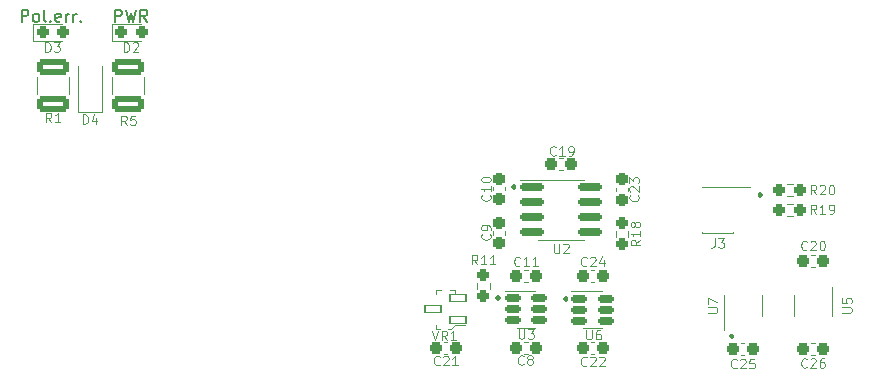
<source format=gto>
G04 #@! TF.GenerationSoftware,KiCad,Pcbnew,(6.0.11)*
G04 #@! TF.CreationDate,2023-03-11T13:58:41+01:00*
G04 #@! TF.ProjectId,HeaterPSU_Digital,48656174-6572-4505-9355-5f4469676974,rev?*
G04 #@! TF.SameCoordinates,Original*
G04 #@! TF.FileFunction,Legend,Top*
G04 #@! TF.FilePolarity,Positive*
%FSLAX46Y46*%
G04 Gerber Fmt 4.6, Leading zero omitted, Abs format (unit mm)*
G04 Created by KiCad (PCBNEW (6.0.11)) date 2023-03-11 13:58:41*
%MOMM*%
%LPD*%
G01*
G04 APERTURE LIST*
G04 Aperture macros list*
%AMRoundRect*
0 Rectangle with rounded corners*
0 $1 Rounding radius*
0 $2 $3 $4 $5 $6 $7 $8 $9 X,Y pos of 4 corners*
0 Add a 4 corners polygon primitive as box body*
4,1,4,$2,$3,$4,$5,$6,$7,$8,$9,$2,$3,0*
0 Add four circle primitives for the rounded corners*
1,1,$1+$1,$2,$3*
1,1,$1+$1,$4,$5*
1,1,$1+$1,$6,$7*
1,1,$1+$1,$8,$9*
0 Add four rect primitives between the rounded corners*
20,1,$1+$1,$2,$3,$4,$5,0*
20,1,$1+$1,$4,$5,$6,$7,0*
20,1,$1+$1,$6,$7,$8,$9,0*
20,1,$1+$1,$8,$9,$2,$3,0*%
G04 Aperture macros list end*
%ADD10C,0.300000*%
%ADD11C,0.150000*%
%ADD12C,0.100000*%
%ADD13C,0.120000*%
%ADD14RoundRect,0.237500X-0.287500X-0.237500X0.287500X-0.237500X0.287500X0.237500X-0.287500X0.237500X0*%
%ADD15RoundRect,0.250000X-1.075000X0.400000X-1.075000X-0.400000X1.075000X-0.400000X1.075000X0.400000X0*%
%ADD16R,0.650000X1.560000*%
%ADD17RoundRect,0.237500X0.300000X0.237500X-0.300000X0.237500X-0.300000X-0.237500X0.300000X-0.237500X0*%
%ADD18RoundRect,0.237500X-0.237500X0.300000X-0.237500X-0.300000X0.237500X-0.300000X0.237500X0.300000X0*%
%ADD19RoundRect,0.237500X-0.300000X-0.237500X0.300000X-0.237500X0.300000X0.237500X-0.300000X0.237500X0*%
%ADD20R,0.400000X1.560000*%
%ADD21RoundRect,0.150000X-0.825000X-0.150000X0.825000X-0.150000X0.825000X0.150000X-0.825000X0.150000X0*%
%ADD22R,1.200000X0.900000*%
%ADD23C,3.200000*%
%ADD24R,2.100000X0.750000*%
%ADD25RoundRect,0.237500X-0.237500X0.250000X-0.237500X-0.250000X0.237500X-0.250000X0.237500X0.250000X0*%
%ADD26RoundRect,0.237500X0.250000X0.237500X-0.250000X0.237500X-0.250000X-0.237500X0.250000X-0.237500X0*%
%ADD27RoundRect,0.250000X1.075000X-0.400000X1.075000X0.400000X-1.075000X0.400000X-1.075000X-0.400000X0*%
%ADD28RoundRect,0.070000X0.650000X0.300000X-0.650000X0.300000X-0.650000X-0.300000X0.650000X-0.300000X0*%
%ADD29RoundRect,0.150000X-0.512500X-0.150000X0.512500X-0.150000X0.512500X0.150000X-0.512500X0.150000X0*%
%ADD30R,3.000000X3.000000*%
%ADD31C,3.000000*%
G04 APERTURE END LIST*
D10*
X101900000Y-69685714D02*
X101971428Y-69757142D01*
X101900000Y-69828571D01*
X101828571Y-69757142D01*
X101900000Y-69685714D01*
X101900000Y-69828571D01*
X107650000Y-69735714D02*
X107721428Y-69807142D01*
X107650000Y-69878571D01*
X107578571Y-69807142D01*
X107650000Y-69735714D01*
X107650000Y-69878571D01*
X124150000Y-60985714D02*
X124221428Y-61057142D01*
X124150000Y-61128571D01*
X124078571Y-61057142D01*
X124150000Y-60985714D01*
X124150000Y-61128571D01*
X103250000Y-60285714D02*
X103321428Y-60357142D01*
X103250000Y-60428571D01*
X103178571Y-60357142D01*
X103250000Y-60285714D01*
X103250000Y-60428571D01*
D11*
X61600000Y-46352380D02*
X61600000Y-45352380D01*
X61980952Y-45352380D01*
X62076190Y-45400000D01*
X62123809Y-45447619D01*
X62171428Y-45542857D01*
X62171428Y-45685714D01*
X62123809Y-45780952D01*
X62076190Y-45828571D01*
X61980952Y-45876190D01*
X61600000Y-45876190D01*
X62742857Y-46352380D02*
X62647619Y-46304761D01*
X62600000Y-46257142D01*
X62552380Y-46161904D01*
X62552380Y-45876190D01*
X62600000Y-45780952D01*
X62647619Y-45733333D01*
X62742857Y-45685714D01*
X62885714Y-45685714D01*
X62980952Y-45733333D01*
X63028571Y-45780952D01*
X63076190Y-45876190D01*
X63076190Y-46161904D01*
X63028571Y-46257142D01*
X62980952Y-46304761D01*
X62885714Y-46352380D01*
X62742857Y-46352380D01*
X63647619Y-46352380D02*
X63552380Y-46304761D01*
X63504761Y-46209523D01*
X63504761Y-45352380D01*
X64028571Y-46257142D02*
X64076190Y-46304761D01*
X64028571Y-46352380D01*
X63980952Y-46304761D01*
X64028571Y-46257142D01*
X64028571Y-46352380D01*
X64885714Y-46304761D02*
X64790476Y-46352380D01*
X64600000Y-46352380D01*
X64504761Y-46304761D01*
X64457142Y-46209523D01*
X64457142Y-45828571D01*
X64504761Y-45733333D01*
X64600000Y-45685714D01*
X64790476Y-45685714D01*
X64885714Y-45733333D01*
X64933333Y-45828571D01*
X64933333Y-45923809D01*
X64457142Y-46019047D01*
X65361904Y-46352380D02*
X65361904Y-45685714D01*
X65361904Y-45876190D02*
X65409523Y-45780952D01*
X65457142Y-45733333D01*
X65552380Y-45685714D01*
X65647619Y-45685714D01*
X65980952Y-46352380D02*
X65980952Y-45685714D01*
X65980952Y-45876190D02*
X66028571Y-45780952D01*
X66076190Y-45733333D01*
X66171428Y-45685714D01*
X66266666Y-45685714D01*
X66600000Y-46257142D02*
X66647619Y-46304761D01*
X66600000Y-46352380D01*
X66552380Y-46304761D01*
X66600000Y-46257142D01*
X66600000Y-46352380D01*
D10*
X121700000Y-72935714D02*
X121771428Y-73007142D01*
X121700000Y-73078571D01*
X121628571Y-73007142D01*
X121700000Y-72935714D01*
X121700000Y-73078571D01*
D11*
X69516666Y-46352380D02*
X69516666Y-45352380D01*
X69897619Y-45352380D01*
X69992857Y-45400000D01*
X70040476Y-45447619D01*
X70088095Y-45542857D01*
X70088095Y-45685714D01*
X70040476Y-45780952D01*
X69992857Y-45828571D01*
X69897619Y-45876190D01*
X69516666Y-45876190D01*
X70421428Y-45352380D02*
X70659523Y-46352380D01*
X70850000Y-45638095D01*
X71040476Y-46352380D01*
X71278571Y-45352380D01*
X72230952Y-46352380D02*
X71897619Y-45876190D01*
X71659523Y-46352380D02*
X71659523Y-45352380D01*
X72040476Y-45352380D01*
X72135714Y-45400000D01*
X72183333Y-45447619D01*
X72230952Y-45542857D01*
X72230952Y-45685714D01*
X72183333Y-45780952D01*
X72135714Y-45828571D01*
X72040476Y-45876190D01*
X71659523Y-45876190D01*
D12*
X70259523Y-48911904D02*
X70259523Y-48111904D01*
X70450000Y-48111904D01*
X70564285Y-48150000D01*
X70640476Y-48226190D01*
X70678571Y-48302380D01*
X70716666Y-48454761D01*
X70716666Y-48569047D01*
X70678571Y-48721428D01*
X70640476Y-48797619D01*
X70564285Y-48873809D01*
X70450000Y-48911904D01*
X70259523Y-48911904D01*
X71021428Y-48188095D02*
X71059523Y-48150000D01*
X71135714Y-48111904D01*
X71326190Y-48111904D01*
X71402380Y-48150000D01*
X71440476Y-48188095D01*
X71478571Y-48264285D01*
X71478571Y-48340476D01*
X71440476Y-48454761D01*
X70983333Y-48911904D01*
X71478571Y-48911904D01*
X64116666Y-54861904D02*
X63850000Y-54480952D01*
X63659523Y-54861904D02*
X63659523Y-54061904D01*
X63964285Y-54061904D01*
X64040476Y-54100000D01*
X64078571Y-54138095D01*
X64116666Y-54214285D01*
X64116666Y-54328571D01*
X64078571Y-54404761D01*
X64040476Y-54442857D01*
X63964285Y-54480952D01*
X63659523Y-54480952D01*
X64878571Y-54861904D02*
X64421428Y-54861904D01*
X64650000Y-54861904D02*
X64650000Y-54061904D01*
X64573809Y-54176190D01*
X64497619Y-54252380D01*
X64421428Y-54290476D01*
X131061904Y-71009523D02*
X131709523Y-71009523D01*
X131785714Y-70971428D01*
X131823809Y-70933333D01*
X131861904Y-70857142D01*
X131861904Y-70704761D01*
X131823809Y-70628571D01*
X131785714Y-70590476D01*
X131709523Y-70552380D01*
X131061904Y-70552380D01*
X131061904Y-69790476D02*
X131061904Y-70171428D01*
X131442857Y-70209523D01*
X131404761Y-70171428D01*
X131366666Y-70095238D01*
X131366666Y-69904761D01*
X131404761Y-69828571D01*
X131442857Y-69790476D01*
X131519047Y-69752380D01*
X131709523Y-69752380D01*
X131785714Y-69790476D01*
X131823809Y-69828571D01*
X131861904Y-69904761D01*
X131861904Y-70095238D01*
X131823809Y-70171428D01*
X131785714Y-70209523D01*
X128085714Y-65635714D02*
X128047619Y-65673809D01*
X127933333Y-65711904D01*
X127857142Y-65711904D01*
X127742857Y-65673809D01*
X127666666Y-65597619D01*
X127628571Y-65521428D01*
X127590476Y-65369047D01*
X127590476Y-65254761D01*
X127628571Y-65102380D01*
X127666666Y-65026190D01*
X127742857Y-64950000D01*
X127857142Y-64911904D01*
X127933333Y-64911904D01*
X128047619Y-64950000D01*
X128085714Y-64988095D01*
X128390476Y-64988095D02*
X128428571Y-64950000D01*
X128504761Y-64911904D01*
X128695238Y-64911904D01*
X128771428Y-64950000D01*
X128809523Y-64988095D01*
X128847619Y-65064285D01*
X128847619Y-65140476D01*
X128809523Y-65254761D01*
X128352380Y-65711904D01*
X128847619Y-65711904D01*
X129342857Y-64911904D02*
X129419047Y-64911904D01*
X129495238Y-64950000D01*
X129533333Y-64988095D01*
X129571428Y-65064285D01*
X129609523Y-65216666D01*
X129609523Y-65407142D01*
X129571428Y-65559523D01*
X129533333Y-65635714D01*
X129495238Y-65673809D01*
X129419047Y-65711904D01*
X129342857Y-65711904D01*
X129266666Y-65673809D01*
X129228571Y-65635714D01*
X129190476Y-65559523D01*
X129152380Y-65407142D01*
X129152380Y-65216666D01*
X129190476Y-65064285D01*
X129228571Y-64988095D01*
X129266666Y-64950000D01*
X129342857Y-64911904D01*
X104116666Y-75335714D02*
X104078571Y-75373809D01*
X103964285Y-75411904D01*
X103888095Y-75411904D01*
X103773809Y-75373809D01*
X103697619Y-75297619D01*
X103659523Y-75221428D01*
X103621428Y-75069047D01*
X103621428Y-74954761D01*
X103659523Y-74802380D01*
X103697619Y-74726190D01*
X103773809Y-74650000D01*
X103888095Y-74611904D01*
X103964285Y-74611904D01*
X104078571Y-74650000D01*
X104116666Y-74688095D01*
X104573809Y-74954761D02*
X104497619Y-74916666D01*
X104459523Y-74878571D01*
X104421428Y-74802380D01*
X104421428Y-74764285D01*
X104459523Y-74688095D01*
X104497619Y-74650000D01*
X104573809Y-74611904D01*
X104726190Y-74611904D01*
X104802380Y-74650000D01*
X104840476Y-74688095D01*
X104878571Y-74764285D01*
X104878571Y-74802380D01*
X104840476Y-74878571D01*
X104802380Y-74916666D01*
X104726190Y-74954761D01*
X104573809Y-74954761D01*
X104497619Y-74992857D01*
X104459523Y-75030952D01*
X104421428Y-75107142D01*
X104421428Y-75259523D01*
X104459523Y-75335714D01*
X104497619Y-75373809D01*
X104573809Y-75411904D01*
X104726190Y-75411904D01*
X104802380Y-75373809D01*
X104840476Y-75335714D01*
X104878571Y-75259523D01*
X104878571Y-75107142D01*
X104840476Y-75030952D01*
X104802380Y-74992857D01*
X104726190Y-74954761D01*
X101235714Y-64333333D02*
X101273809Y-64371428D01*
X101311904Y-64485714D01*
X101311904Y-64561904D01*
X101273809Y-64676190D01*
X101197619Y-64752380D01*
X101121428Y-64790476D01*
X100969047Y-64828571D01*
X100854761Y-64828571D01*
X100702380Y-64790476D01*
X100626190Y-64752380D01*
X100550000Y-64676190D01*
X100511904Y-64561904D01*
X100511904Y-64485714D01*
X100550000Y-64371428D01*
X100588095Y-64333333D01*
X101311904Y-63952380D02*
X101311904Y-63800000D01*
X101273809Y-63723809D01*
X101235714Y-63685714D01*
X101121428Y-63609523D01*
X100969047Y-63571428D01*
X100664285Y-63571428D01*
X100588095Y-63609523D01*
X100550000Y-63647619D01*
X100511904Y-63723809D01*
X100511904Y-63876190D01*
X100550000Y-63952380D01*
X100588095Y-63990476D01*
X100664285Y-64028571D01*
X100854761Y-64028571D01*
X100930952Y-63990476D01*
X100969047Y-63952380D01*
X101007142Y-63876190D01*
X101007142Y-63723809D01*
X100969047Y-63647619D01*
X100930952Y-63609523D01*
X100854761Y-63571428D01*
X122135714Y-75635714D02*
X122097619Y-75673809D01*
X121983333Y-75711904D01*
X121907142Y-75711904D01*
X121792857Y-75673809D01*
X121716666Y-75597619D01*
X121678571Y-75521428D01*
X121640476Y-75369047D01*
X121640476Y-75254761D01*
X121678571Y-75102380D01*
X121716666Y-75026190D01*
X121792857Y-74950000D01*
X121907142Y-74911904D01*
X121983333Y-74911904D01*
X122097619Y-74950000D01*
X122135714Y-74988095D01*
X122440476Y-74988095D02*
X122478571Y-74950000D01*
X122554761Y-74911904D01*
X122745238Y-74911904D01*
X122821428Y-74950000D01*
X122859523Y-74988095D01*
X122897619Y-75064285D01*
X122897619Y-75140476D01*
X122859523Y-75254761D01*
X122402380Y-75711904D01*
X122897619Y-75711904D01*
X123621428Y-74911904D02*
X123240476Y-74911904D01*
X123202380Y-75292857D01*
X123240476Y-75254761D01*
X123316666Y-75216666D01*
X123507142Y-75216666D01*
X123583333Y-75254761D01*
X123621428Y-75292857D01*
X123659523Y-75369047D01*
X123659523Y-75559523D01*
X123621428Y-75635714D01*
X123583333Y-75673809D01*
X123507142Y-75711904D01*
X123316666Y-75711904D01*
X123240476Y-75673809D01*
X123202380Y-75635714D01*
X101235714Y-61014285D02*
X101273809Y-61052380D01*
X101311904Y-61166666D01*
X101311904Y-61242857D01*
X101273809Y-61357142D01*
X101197619Y-61433333D01*
X101121428Y-61471428D01*
X100969047Y-61509523D01*
X100854761Y-61509523D01*
X100702380Y-61471428D01*
X100626190Y-61433333D01*
X100550000Y-61357142D01*
X100511904Y-61242857D01*
X100511904Y-61166666D01*
X100550000Y-61052380D01*
X100588095Y-61014285D01*
X101311904Y-60252380D02*
X101311904Y-60709523D01*
X101311904Y-60480952D02*
X100511904Y-60480952D01*
X100626190Y-60557142D01*
X100702380Y-60633333D01*
X100740476Y-60709523D01*
X100511904Y-59757142D02*
X100511904Y-59680952D01*
X100550000Y-59604761D01*
X100588095Y-59566666D01*
X100664285Y-59528571D01*
X100816666Y-59490476D01*
X101007142Y-59490476D01*
X101159523Y-59528571D01*
X101235714Y-59566666D01*
X101273809Y-59604761D01*
X101311904Y-59680952D01*
X101311904Y-59757142D01*
X101273809Y-59833333D01*
X101235714Y-59871428D01*
X101159523Y-59909523D01*
X101007142Y-59947619D01*
X100816666Y-59947619D01*
X100664285Y-59909523D01*
X100588095Y-59871428D01*
X100550000Y-59833333D01*
X100511904Y-59757142D01*
X119711904Y-71009523D02*
X120359523Y-71009523D01*
X120435714Y-70971428D01*
X120473809Y-70933333D01*
X120511904Y-70857142D01*
X120511904Y-70704761D01*
X120473809Y-70628571D01*
X120435714Y-70590476D01*
X120359523Y-70552380D01*
X119711904Y-70552380D01*
X119711904Y-70247619D02*
X119711904Y-69714285D01*
X120511904Y-70057142D01*
X106670476Y-65141904D02*
X106670476Y-65789523D01*
X106708571Y-65865714D01*
X106746666Y-65903809D01*
X106822857Y-65941904D01*
X106975238Y-65941904D01*
X107051428Y-65903809D01*
X107089523Y-65865714D01*
X107127619Y-65789523D01*
X107127619Y-65141904D01*
X107470476Y-65218095D02*
X107508571Y-65180000D01*
X107584761Y-65141904D01*
X107775238Y-65141904D01*
X107851428Y-65180000D01*
X107889523Y-65218095D01*
X107927619Y-65294285D01*
X107927619Y-65370476D01*
X107889523Y-65484761D01*
X107432380Y-65941904D01*
X107927619Y-65941904D01*
X66759523Y-55011904D02*
X66759523Y-54211904D01*
X66950000Y-54211904D01*
X67064285Y-54250000D01*
X67140476Y-54326190D01*
X67178571Y-54402380D01*
X67216666Y-54554761D01*
X67216666Y-54669047D01*
X67178571Y-54821428D01*
X67140476Y-54897619D01*
X67064285Y-54973809D01*
X66950000Y-55011904D01*
X66759523Y-55011904D01*
X67902380Y-54478571D02*
X67902380Y-55011904D01*
X67711904Y-54173809D02*
X67521428Y-54745238D01*
X68016666Y-54745238D01*
X120283333Y-64711904D02*
X120283333Y-65283333D01*
X120245238Y-65397619D01*
X120169047Y-65473809D01*
X120054761Y-65511904D01*
X119978571Y-65511904D01*
X120588095Y-64711904D02*
X121083333Y-64711904D01*
X120816666Y-65016666D01*
X120930952Y-65016666D01*
X121007142Y-65054761D01*
X121045238Y-65092857D01*
X121083333Y-65169047D01*
X121083333Y-65359523D01*
X121045238Y-65435714D01*
X121007142Y-65473809D01*
X120930952Y-65511904D01*
X120702380Y-65511904D01*
X120626190Y-65473809D01*
X120588095Y-65435714D01*
X106815714Y-57615714D02*
X106777619Y-57653809D01*
X106663333Y-57691904D01*
X106587142Y-57691904D01*
X106472857Y-57653809D01*
X106396666Y-57577619D01*
X106358571Y-57501428D01*
X106320476Y-57349047D01*
X106320476Y-57234761D01*
X106358571Y-57082380D01*
X106396666Y-57006190D01*
X106472857Y-56930000D01*
X106587142Y-56891904D01*
X106663333Y-56891904D01*
X106777619Y-56930000D01*
X106815714Y-56968095D01*
X107577619Y-57691904D02*
X107120476Y-57691904D01*
X107349047Y-57691904D02*
X107349047Y-56891904D01*
X107272857Y-57006190D01*
X107196666Y-57082380D01*
X107120476Y-57120476D01*
X107958571Y-57691904D02*
X108110952Y-57691904D01*
X108187142Y-57653809D01*
X108225238Y-57615714D01*
X108301428Y-57501428D01*
X108339523Y-57349047D01*
X108339523Y-57044285D01*
X108301428Y-56968095D01*
X108263333Y-56930000D01*
X108187142Y-56891904D01*
X108034761Y-56891904D01*
X107958571Y-56930000D01*
X107920476Y-56968095D01*
X107882380Y-57044285D01*
X107882380Y-57234761D01*
X107920476Y-57310952D01*
X107958571Y-57349047D01*
X108034761Y-57387142D01*
X108187142Y-57387142D01*
X108263333Y-57349047D01*
X108301428Y-57310952D01*
X108339523Y-57234761D01*
X113961904Y-64826785D02*
X113580952Y-65093452D01*
X113961904Y-65283928D02*
X113161904Y-65283928D01*
X113161904Y-64979166D01*
X113200000Y-64902976D01*
X113238095Y-64864880D01*
X113314285Y-64826785D01*
X113428571Y-64826785D01*
X113504761Y-64864880D01*
X113542857Y-64902976D01*
X113580952Y-64979166D01*
X113580952Y-65283928D01*
X113961904Y-64064880D02*
X113961904Y-64522023D01*
X113961904Y-64293452D02*
X113161904Y-64293452D01*
X113276190Y-64369642D01*
X113352380Y-64445833D01*
X113390476Y-64522023D01*
X113504761Y-63607738D02*
X113466666Y-63683928D01*
X113428571Y-63722023D01*
X113352380Y-63760119D01*
X113314285Y-63760119D01*
X113238095Y-63722023D01*
X113200000Y-63683928D01*
X113161904Y-63607738D01*
X113161904Y-63455357D01*
X113200000Y-63379166D01*
X113238095Y-63341071D01*
X113314285Y-63302976D01*
X113352380Y-63302976D01*
X113428571Y-63341071D01*
X113466666Y-63379166D01*
X113504761Y-63455357D01*
X113504761Y-63607738D01*
X113542857Y-63683928D01*
X113580952Y-63722023D01*
X113657142Y-63760119D01*
X113809523Y-63760119D01*
X113885714Y-63722023D01*
X113923809Y-63683928D01*
X113961904Y-63607738D01*
X113961904Y-63455357D01*
X113923809Y-63379166D01*
X113885714Y-63341071D01*
X113809523Y-63302976D01*
X113657142Y-63302976D01*
X113580952Y-63341071D01*
X113542857Y-63379166D01*
X113504761Y-63455357D01*
X128085714Y-75585714D02*
X128047619Y-75623809D01*
X127933333Y-75661904D01*
X127857142Y-75661904D01*
X127742857Y-75623809D01*
X127666666Y-75547619D01*
X127628571Y-75471428D01*
X127590476Y-75319047D01*
X127590476Y-75204761D01*
X127628571Y-75052380D01*
X127666666Y-74976190D01*
X127742857Y-74900000D01*
X127857142Y-74861904D01*
X127933333Y-74861904D01*
X128047619Y-74900000D01*
X128085714Y-74938095D01*
X128390476Y-74938095D02*
X128428571Y-74900000D01*
X128504761Y-74861904D01*
X128695238Y-74861904D01*
X128771428Y-74900000D01*
X128809523Y-74938095D01*
X128847619Y-75014285D01*
X128847619Y-75090476D01*
X128809523Y-75204761D01*
X128352380Y-75661904D01*
X128847619Y-75661904D01*
X129533333Y-74861904D02*
X129380952Y-74861904D01*
X129304761Y-74900000D01*
X129266666Y-74938095D01*
X129190476Y-75052380D01*
X129152380Y-75204761D01*
X129152380Y-75509523D01*
X129190476Y-75585714D01*
X129228571Y-75623809D01*
X129304761Y-75661904D01*
X129457142Y-75661904D01*
X129533333Y-75623809D01*
X129571428Y-75585714D01*
X129609523Y-75509523D01*
X129609523Y-75319047D01*
X129571428Y-75242857D01*
X129533333Y-75204761D01*
X129457142Y-75166666D01*
X129304761Y-75166666D01*
X129228571Y-75204761D01*
X129190476Y-75242857D01*
X129152380Y-75319047D01*
X128885714Y-60986904D02*
X128619047Y-60605952D01*
X128428571Y-60986904D02*
X128428571Y-60186904D01*
X128733333Y-60186904D01*
X128809523Y-60225000D01*
X128847619Y-60263095D01*
X128885714Y-60339285D01*
X128885714Y-60453571D01*
X128847619Y-60529761D01*
X128809523Y-60567857D01*
X128733333Y-60605952D01*
X128428571Y-60605952D01*
X129190476Y-60263095D02*
X129228571Y-60225000D01*
X129304761Y-60186904D01*
X129495238Y-60186904D01*
X129571428Y-60225000D01*
X129609523Y-60263095D01*
X129647619Y-60339285D01*
X129647619Y-60415476D01*
X129609523Y-60529761D01*
X129152380Y-60986904D01*
X129647619Y-60986904D01*
X130142857Y-60186904D02*
X130219047Y-60186904D01*
X130295238Y-60225000D01*
X130333333Y-60263095D01*
X130371428Y-60339285D01*
X130409523Y-60491666D01*
X130409523Y-60682142D01*
X130371428Y-60834523D01*
X130333333Y-60910714D01*
X130295238Y-60948809D01*
X130219047Y-60986904D01*
X130142857Y-60986904D01*
X130066666Y-60948809D01*
X130028571Y-60910714D01*
X129990476Y-60834523D01*
X129952380Y-60682142D01*
X129952380Y-60491666D01*
X129990476Y-60339285D01*
X130028571Y-60263095D01*
X130066666Y-60225000D01*
X130142857Y-60186904D01*
X70491666Y-55111904D02*
X70225000Y-54730952D01*
X70034523Y-55111904D02*
X70034523Y-54311904D01*
X70339285Y-54311904D01*
X70415476Y-54350000D01*
X70453571Y-54388095D01*
X70491666Y-54464285D01*
X70491666Y-54578571D01*
X70453571Y-54654761D01*
X70415476Y-54692857D01*
X70339285Y-54730952D01*
X70034523Y-54730952D01*
X71215476Y-54311904D02*
X70834523Y-54311904D01*
X70796428Y-54692857D01*
X70834523Y-54654761D01*
X70910714Y-54616666D01*
X71101190Y-54616666D01*
X71177380Y-54654761D01*
X71215476Y-54692857D01*
X71253571Y-54769047D01*
X71253571Y-54959523D01*
X71215476Y-55035714D01*
X71177380Y-55073809D01*
X71101190Y-55111904D01*
X70910714Y-55111904D01*
X70834523Y-55073809D01*
X70796428Y-55035714D01*
X96352380Y-72511904D02*
X96619047Y-73311904D01*
X96885714Y-72511904D01*
X97609523Y-73311904D02*
X97342857Y-72930952D01*
X97152380Y-73311904D02*
X97152380Y-72511904D01*
X97457142Y-72511904D01*
X97533333Y-72550000D01*
X97571428Y-72588095D01*
X97609523Y-72664285D01*
X97609523Y-72778571D01*
X97571428Y-72854761D01*
X97533333Y-72892857D01*
X97457142Y-72930952D01*
X97152380Y-72930952D01*
X98371428Y-73311904D02*
X97914285Y-73311904D01*
X98142857Y-73311904D02*
X98142857Y-72511904D01*
X98066666Y-72626190D01*
X97990476Y-72702380D01*
X97914285Y-72740476D01*
X103785714Y-66985714D02*
X103747619Y-67023809D01*
X103633333Y-67061904D01*
X103557142Y-67061904D01*
X103442857Y-67023809D01*
X103366666Y-66947619D01*
X103328571Y-66871428D01*
X103290476Y-66719047D01*
X103290476Y-66604761D01*
X103328571Y-66452380D01*
X103366666Y-66376190D01*
X103442857Y-66300000D01*
X103557142Y-66261904D01*
X103633333Y-66261904D01*
X103747619Y-66300000D01*
X103785714Y-66338095D01*
X104547619Y-67061904D02*
X104090476Y-67061904D01*
X104319047Y-67061904D02*
X104319047Y-66261904D01*
X104242857Y-66376190D01*
X104166666Y-66452380D01*
X104090476Y-66490476D01*
X105309523Y-67061904D02*
X104852380Y-67061904D01*
X105080952Y-67061904D02*
X105080952Y-66261904D01*
X105004761Y-66376190D01*
X104928571Y-66452380D01*
X104852380Y-66490476D01*
X109435714Y-75435714D02*
X109397619Y-75473809D01*
X109283333Y-75511904D01*
X109207142Y-75511904D01*
X109092857Y-75473809D01*
X109016666Y-75397619D01*
X108978571Y-75321428D01*
X108940476Y-75169047D01*
X108940476Y-75054761D01*
X108978571Y-74902380D01*
X109016666Y-74826190D01*
X109092857Y-74750000D01*
X109207142Y-74711904D01*
X109283333Y-74711904D01*
X109397619Y-74750000D01*
X109435714Y-74788095D01*
X109740476Y-74788095D02*
X109778571Y-74750000D01*
X109854761Y-74711904D01*
X110045238Y-74711904D01*
X110121428Y-74750000D01*
X110159523Y-74788095D01*
X110197619Y-74864285D01*
X110197619Y-74940476D01*
X110159523Y-75054761D01*
X109702380Y-75511904D01*
X110197619Y-75511904D01*
X110502380Y-74788095D02*
X110540476Y-74750000D01*
X110616666Y-74711904D01*
X110807142Y-74711904D01*
X110883333Y-74750000D01*
X110921428Y-74788095D01*
X110959523Y-74864285D01*
X110959523Y-74940476D01*
X110921428Y-75054761D01*
X110464285Y-75511904D01*
X110959523Y-75511904D01*
X113785714Y-61064285D02*
X113823809Y-61102380D01*
X113861904Y-61216666D01*
X113861904Y-61292857D01*
X113823809Y-61407142D01*
X113747619Y-61483333D01*
X113671428Y-61521428D01*
X113519047Y-61559523D01*
X113404761Y-61559523D01*
X113252380Y-61521428D01*
X113176190Y-61483333D01*
X113100000Y-61407142D01*
X113061904Y-61292857D01*
X113061904Y-61216666D01*
X113100000Y-61102380D01*
X113138095Y-61064285D01*
X113138095Y-60759523D02*
X113100000Y-60721428D01*
X113061904Y-60645238D01*
X113061904Y-60454761D01*
X113100000Y-60378571D01*
X113138095Y-60340476D01*
X113214285Y-60302380D01*
X113290476Y-60302380D01*
X113404761Y-60340476D01*
X113861904Y-60797619D01*
X113861904Y-60302380D01*
X113061904Y-60035714D02*
X113061904Y-59540476D01*
X113366666Y-59807142D01*
X113366666Y-59692857D01*
X113404761Y-59616666D01*
X113442857Y-59578571D01*
X113519047Y-59540476D01*
X113709523Y-59540476D01*
X113785714Y-59578571D01*
X113823809Y-59616666D01*
X113861904Y-59692857D01*
X113861904Y-59921428D01*
X113823809Y-59997619D01*
X113785714Y-60035714D01*
X63609523Y-48911904D02*
X63609523Y-48111904D01*
X63800000Y-48111904D01*
X63914285Y-48150000D01*
X63990476Y-48226190D01*
X64028571Y-48302380D01*
X64066666Y-48454761D01*
X64066666Y-48569047D01*
X64028571Y-48721428D01*
X63990476Y-48797619D01*
X63914285Y-48873809D01*
X63800000Y-48911904D01*
X63609523Y-48911904D01*
X64333333Y-48111904D02*
X64828571Y-48111904D01*
X64561904Y-48416666D01*
X64676190Y-48416666D01*
X64752380Y-48454761D01*
X64790476Y-48492857D01*
X64828571Y-48569047D01*
X64828571Y-48759523D01*
X64790476Y-48835714D01*
X64752380Y-48873809D01*
X64676190Y-48911904D01*
X64447619Y-48911904D01*
X64371428Y-48873809D01*
X64333333Y-48835714D01*
X109390476Y-72461904D02*
X109390476Y-73109523D01*
X109428571Y-73185714D01*
X109466666Y-73223809D01*
X109542857Y-73261904D01*
X109695238Y-73261904D01*
X109771428Y-73223809D01*
X109809523Y-73185714D01*
X109847619Y-73109523D01*
X109847619Y-72461904D01*
X110571428Y-72461904D02*
X110419047Y-72461904D01*
X110342857Y-72500000D01*
X110304761Y-72538095D01*
X110228571Y-72652380D01*
X110190476Y-72804761D01*
X110190476Y-73109523D01*
X110228571Y-73185714D01*
X110266666Y-73223809D01*
X110342857Y-73261904D01*
X110495238Y-73261904D01*
X110571428Y-73223809D01*
X110609523Y-73185714D01*
X110647619Y-73109523D01*
X110647619Y-72919047D01*
X110609523Y-72842857D01*
X110571428Y-72804761D01*
X110495238Y-72766666D01*
X110342857Y-72766666D01*
X110266666Y-72804761D01*
X110228571Y-72842857D01*
X110190476Y-72919047D01*
X100185714Y-66911904D02*
X99919047Y-66530952D01*
X99728571Y-66911904D02*
X99728571Y-66111904D01*
X100033333Y-66111904D01*
X100109523Y-66150000D01*
X100147619Y-66188095D01*
X100185714Y-66264285D01*
X100185714Y-66378571D01*
X100147619Y-66454761D01*
X100109523Y-66492857D01*
X100033333Y-66530952D01*
X99728571Y-66530952D01*
X100947619Y-66911904D02*
X100490476Y-66911904D01*
X100719047Y-66911904D02*
X100719047Y-66111904D01*
X100642857Y-66226190D01*
X100566666Y-66302380D01*
X100490476Y-66340476D01*
X101709523Y-66911904D02*
X101252380Y-66911904D01*
X101480952Y-66911904D02*
X101480952Y-66111904D01*
X101404761Y-66226190D01*
X101328571Y-66302380D01*
X101252380Y-66340476D01*
X128860714Y-62636904D02*
X128594047Y-62255952D01*
X128403571Y-62636904D02*
X128403571Y-61836904D01*
X128708333Y-61836904D01*
X128784523Y-61875000D01*
X128822619Y-61913095D01*
X128860714Y-61989285D01*
X128860714Y-62103571D01*
X128822619Y-62179761D01*
X128784523Y-62217857D01*
X128708333Y-62255952D01*
X128403571Y-62255952D01*
X129622619Y-62636904D02*
X129165476Y-62636904D01*
X129394047Y-62636904D02*
X129394047Y-61836904D01*
X129317857Y-61951190D01*
X129241666Y-62027380D01*
X129165476Y-62065476D01*
X130003571Y-62636904D02*
X130155952Y-62636904D01*
X130232142Y-62598809D01*
X130270238Y-62560714D01*
X130346428Y-62446428D01*
X130384523Y-62294047D01*
X130384523Y-61989285D01*
X130346428Y-61913095D01*
X130308333Y-61875000D01*
X130232142Y-61836904D01*
X130079761Y-61836904D01*
X130003571Y-61875000D01*
X129965476Y-61913095D01*
X129927380Y-61989285D01*
X129927380Y-62179761D01*
X129965476Y-62255952D01*
X130003571Y-62294047D01*
X130079761Y-62332142D01*
X130232142Y-62332142D01*
X130308333Y-62294047D01*
X130346428Y-62255952D01*
X130384523Y-62179761D01*
X109435714Y-66985714D02*
X109397619Y-67023809D01*
X109283333Y-67061904D01*
X109207142Y-67061904D01*
X109092857Y-67023809D01*
X109016666Y-66947619D01*
X108978571Y-66871428D01*
X108940476Y-66719047D01*
X108940476Y-66604761D01*
X108978571Y-66452380D01*
X109016666Y-66376190D01*
X109092857Y-66300000D01*
X109207142Y-66261904D01*
X109283333Y-66261904D01*
X109397619Y-66300000D01*
X109435714Y-66338095D01*
X109740476Y-66338095D02*
X109778571Y-66300000D01*
X109854761Y-66261904D01*
X110045238Y-66261904D01*
X110121428Y-66300000D01*
X110159523Y-66338095D01*
X110197619Y-66414285D01*
X110197619Y-66490476D01*
X110159523Y-66604761D01*
X109702380Y-67061904D01*
X110197619Y-67061904D01*
X110883333Y-66528571D02*
X110883333Y-67061904D01*
X110692857Y-66223809D02*
X110502380Y-66795238D01*
X110997619Y-66795238D01*
X96985714Y-75385714D02*
X96947619Y-75423809D01*
X96833333Y-75461904D01*
X96757142Y-75461904D01*
X96642857Y-75423809D01*
X96566666Y-75347619D01*
X96528571Y-75271428D01*
X96490476Y-75119047D01*
X96490476Y-75004761D01*
X96528571Y-74852380D01*
X96566666Y-74776190D01*
X96642857Y-74700000D01*
X96757142Y-74661904D01*
X96833333Y-74661904D01*
X96947619Y-74700000D01*
X96985714Y-74738095D01*
X97290476Y-74738095D02*
X97328571Y-74700000D01*
X97404761Y-74661904D01*
X97595238Y-74661904D01*
X97671428Y-74700000D01*
X97709523Y-74738095D01*
X97747619Y-74814285D01*
X97747619Y-74890476D01*
X97709523Y-75004761D01*
X97252380Y-75461904D01*
X97747619Y-75461904D01*
X98509523Y-75461904D02*
X98052380Y-75461904D01*
X98280952Y-75461904D02*
X98280952Y-74661904D01*
X98204761Y-74776190D01*
X98128571Y-74852380D01*
X98052380Y-74890476D01*
X103690476Y-72411904D02*
X103690476Y-73059523D01*
X103728571Y-73135714D01*
X103766666Y-73173809D01*
X103842857Y-73211904D01*
X103995238Y-73211904D01*
X104071428Y-73173809D01*
X104109523Y-73135714D01*
X104147619Y-73059523D01*
X104147619Y-72411904D01*
X104452380Y-72411904D02*
X104947619Y-72411904D01*
X104680952Y-72716666D01*
X104795238Y-72716666D01*
X104871428Y-72754761D01*
X104909523Y-72792857D01*
X104947619Y-72869047D01*
X104947619Y-73059523D01*
X104909523Y-73135714D01*
X104871428Y-73173809D01*
X104795238Y-73211904D01*
X104566666Y-73211904D01*
X104490476Y-73173809D01*
X104452380Y-73135714D01*
D13*
X69215000Y-46515000D02*
X69215000Y-47985000D01*
X69215000Y-47985000D02*
X71675000Y-47985000D01*
X71675000Y-46515000D02*
X69215000Y-46515000D01*
X65605000Y-51026263D02*
X65605000Y-52473737D01*
X62895000Y-51026263D02*
X62895000Y-52473737D01*
X130210000Y-71300000D02*
X130210000Y-68850000D01*
X126990000Y-69500000D02*
X126990000Y-71300000D01*
X128746267Y-66090000D02*
X128453733Y-66090000D01*
X128746267Y-67110000D02*
X128453733Y-67110000D01*
X104446267Y-73490000D02*
X104153733Y-73490000D01*
X104446267Y-74510000D02*
X104153733Y-74510000D01*
X102510000Y-64103733D02*
X102510000Y-64396267D01*
X101490000Y-64103733D02*
X101490000Y-64396267D01*
X122503733Y-73590000D02*
X122796267Y-73590000D01*
X122503733Y-74610000D02*
X122796267Y-74610000D01*
X101490000Y-60353733D02*
X101490000Y-60646267D01*
X102510000Y-60353733D02*
X102510000Y-60646267D01*
X121040000Y-69500000D02*
X121040000Y-72450000D01*
X124260000Y-71300000D02*
X124260000Y-69500000D01*
X107280000Y-59720000D02*
X109230000Y-59720000D01*
X107280000Y-64840000D02*
X109230000Y-64840000D01*
X107280000Y-64840000D02*
X105330000Y-64840000D01*
X107280000Y-59720000D02*
X103830000Y-59720000D01*
X68395000Y-54000000D02*
X68395000Y-50100000D01*
X66395000Y-54000000D02*
X68395000Y-54000000D01*
X66395000Y-54000000D02*
X66395000Y-50100000D01*
X119170000Y-60335000D02*
X121830000Y-60335000D01*
X119170000Y-60335000D02*
X119170000Y-60395000D01*
X121830000Y-60395000D02*
X123290000Y-60395000D01*
X119170000Y-64205000D02*
X119170000Y-64265000D01*
X121830000Y-64205000D02*
X121830000Y-64265000D01*
X119170000Y-64265000D02*
X121830000Y-64265000D01*
X121830000Y-60335000D02*
X121830000Y-60395000D01*
X107133733Y-58940000D02*
X107426267Y-58940000D01*
X107133733Y-57920000D02*
X107426267Y-57920000D01*
X112922500Y-64045276D02*
X112922500Y-64554724D01*
X111877500Y-64045276D02*
X111877500Y-64554724D01*
X128746267Y-74610000D02*
X128453733Y-74610000D01*
X128746267Y-73590000D02*
X128453733Y-73590000D01*
X126879724Y-61147500D02*
X126370276Y-61147500D01*
X126879724Y-60102500D02*
X126370276Y-60102500D01*
X69270000Y-52473737D02*
X69270000Y-51026263D01*
X71980000Y-52473737D02*
X71980000Y-51026263D01*
D12*
X96675000Y-69050000D02*
X97125000Y-69050000D01*
X96675000Y-72350000D02*
X96675000Y-72050000D01*
X97675000Y-72350000D02*
X97950000Y-72350000D01*
X98325000Y-72075000D02*
X98325000Y-72025000D01*
X97050000Y-72350000D02*
X96675000Y-72350000D01*
X96675000Y-69350000D02*
X96675000Y-69050000D01*
X98325000Y-72025000D02*
X99100000Y-72025000D01*
X98325000Y-69050000D02*
X98325000Y-69400000D01*
X96675000Y-69275000D02*
X96675000Y-69400000D01*
X97850000Y-69050000D02*
X98325000Y-69050000D01*
X97950000Y-72350000D02*
X98325000Y-72075000D01*
D13*
X104446267Y-67340000D02*
X104153733Y-67340000D01*
X104446267Y-68360000D02*
X104153733Y-68360000D01*
X110096267Y-74510000D02*
X109803733Y-74510000D01*
X110096267Y-73490000D02*
X109803733Y-73490000D01*
X112910000Y-60403733D02*
X112910000Y-60696267D01*
X111890000Y-60403733D02*
X111890000Y-60696267D01*
X62590000Y-46515000D02*
X62590000Y-47985000D01*
X65050000Y-46515000D02*
X62590000Y-46515000D01*
X62590000Y-47985000D02*
X65050000Y-47985000D01*
X109950000Y-72310000D02*
X110750000Y-72310000D01*
X109950000Y-72310000D02*
X109150000Y-72310000D01*
X109950000Y-69190000D02*
X110750000Y-69190000D01*
X109950000Y-69190000D02*
X108150000Y-69190000D01*
X101222500Y-68445276D02*
X101222500Y-68954724D01*
X100177500Y-68445276D02*
X100177500Y-68954724D01*
X126879724Y-61777500D02*
X126370276Y-61777500D01*
X126879724Y-62822500D02*
X126370276Y-62822500D01*
X110096267Y-67340000D02*
X109803733Y-67340000D01*
X110096267Y-68360000D02*
X109803733Y-68360000D01*
X97353733Y-73490000D02*
X97646267Y-73490000D01*
X97353733Y-74510000D02*
X97646267Y-74510000D01*
X104300000Y-72260000D02*
X103500000Y-72260000D01*
X104300000Y-69140000D02*
X105100000Y-69140000D01*
X104300000Y-72260000D02*
X105100000Y-72260000D01*
X104300000Y-69140000D02*
X102500000Y-69140000D01*
%LPC*%
D14*
X70000000Y-47250000D03*
X71750000Y-47250000D03*
D15*
X64250000Y-50200000D03*
X64250000Y-53300000D03*
D16*
X129550000Y-69050000D03*
X128600000Y-69050000D03*
X127650000Y-69050000D03*
X127650000Y-71750000D03*
X129550000Y-71750000D03*
D17*
X129462500Y-66600000D03*
X127737500Y-66600000D03*
X105162500Y-74000000D03*
X103437500Y-74000000D03*
D18*
X102000000Y-63387500D03*
X102000000Y-65112500D03*
D19*
X121787500Y-74100000D03*
X123512500Y-74100000D03*
D18*
X102000000Y-59637500D03*
X102000000Y-61362500D03*
D20*
X121670000Y-71750000D03*
X122320000Y-71750000D03*
X122980000Y-71750000D03*
X123630000Y-71750000D03*
X123630000Y-69050000D03*
X122980000Y-69050000D03*
X122320000Y-69050000D03*
X121670000Y-69050000D03*
D21*
X104805000Y-60375000D03*
X104805000Y-61645000D03*
X104805000Y-62915000D03*
X104805000Y-64185000D03*
X109755000Y-64185000D03*
X109755000Y-62915000D03*
X109755000Y-61645000D03*
X109755000Y-60375000D03*
D22*
X67395000Y-53400000D03*
X67395000Y-50100000D03*
D23*
X151500000Y-48500000D03*
X151500000Y-76500000D03*
D24*
X122300000Y-61030000D03*
X118700000Y-61030000D03*
X122300000Y-62300000D03*
X118700000Y-62300000D03*
X122300000Y-63570000D03*
X118700000Y-63570000D03*
D19*
X106417500Y-58430000D03*
X108142500Y-58430000D03*
D25*
X112400000Y-63387500D03*
X112400000Y-65212500D03*
D17*
X129462500Y-74100000D03*
X127737500Y-74100000D03*
D26*
X127537500Y-60625000D03*
X125712500Y-60625000D03*
D27*
X70625000Y-53300000D03*
X70625000Y-50200000D03*
D28*
X98550000Y-71650000D03*
X98550000Y-69750000D03*
X96450000Y-70700000D03*
D17*
X105162500Y-67850000D03*
X103437500Y-67850000D03*
X110812500Y-74000000D03*
X109087500Y-74000000D03*
D18*
X112400000Y-59687500D03*
X112400000Y-61412500D03*
D14*
X63375000Y-47250000D03*
X65125000Y-47250000D03*
D29*
X108812500Y-69800000D03*
X108812500Y-70750000D03*
X108812500Y-71700000D03*
X111087500Y-71700000D03*
X111087500Y-70750000D03*
X111087500Y-69800000D03*
D25*
X100700000Y-67787500D03*
X100700000Y-69612500D03*
D26*
X127537500Y-62300000D03*
X125712500Y-62300000D03*
D17*
X110812500Y-67850000D03*
X109087500Y-67850000D03*
D19*
X96637500Y-74000000D03*
X98362500Y-74000000D03*
D23*
X58500000Y-76500000D03*
X58500000Y-48500000D03*
D29*
X103162500Y-69750000D03*
X103162500Y-70700000D03*
X103162500Y-71650000D03*
X105437500Y-71650000D03*
X105437500Y-70700000D03*
X105437500Y-69750000D03*
D30*
X148000000Y-65410000D03*
D31*
X148000000Y-70490000D03*
D30*
X62150000Y-70490000D03*
D31*
X62150000Y-65410000D03*
M02*

</source>
